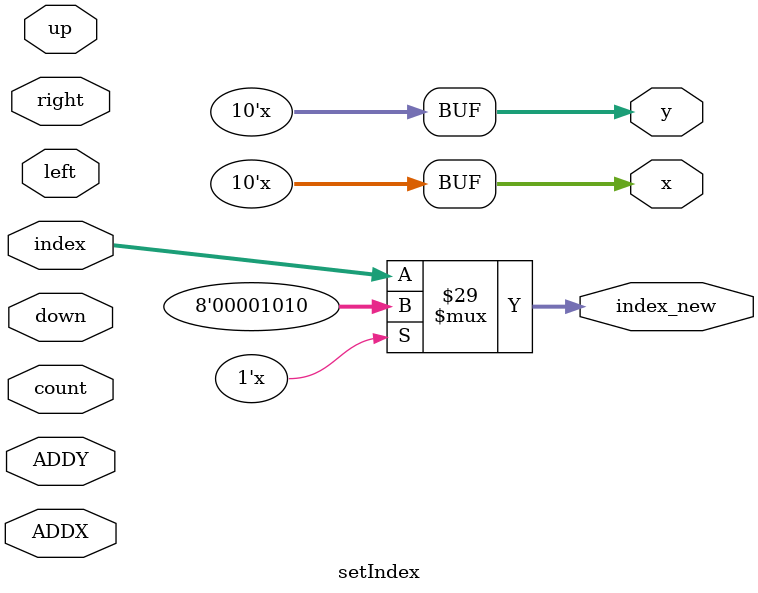
<source format=v>
module setIndex(count, ADDX, ADDY, index, left, right, up, down, x, y, index_new);
	input[13:0] count;
	input[7:0] index;
	input left, right, up, down;
	input[9:0] ADDX, ADDY;
	output reg[9:0] x, y;
	output reg [7:0] index_new;
	
	always@(count) begin
		if(count == 0) begin
			if(left == 1 && right == 0) 
				x = x - 1;
			else if(left == 0 && right == 1)
				x = x + 1;
			if(up == 1 && down == 0)
				y = y - 1;
			else if(up == 0 && down == 1)
				y = y + 1;
		end
		
		if(ADDX >= x && ADDX < x+40 && ADDY >= y && ADDY < y+40)
			index_new = 10;
		else
			index_new = index;
	end
endmodule

</source>
